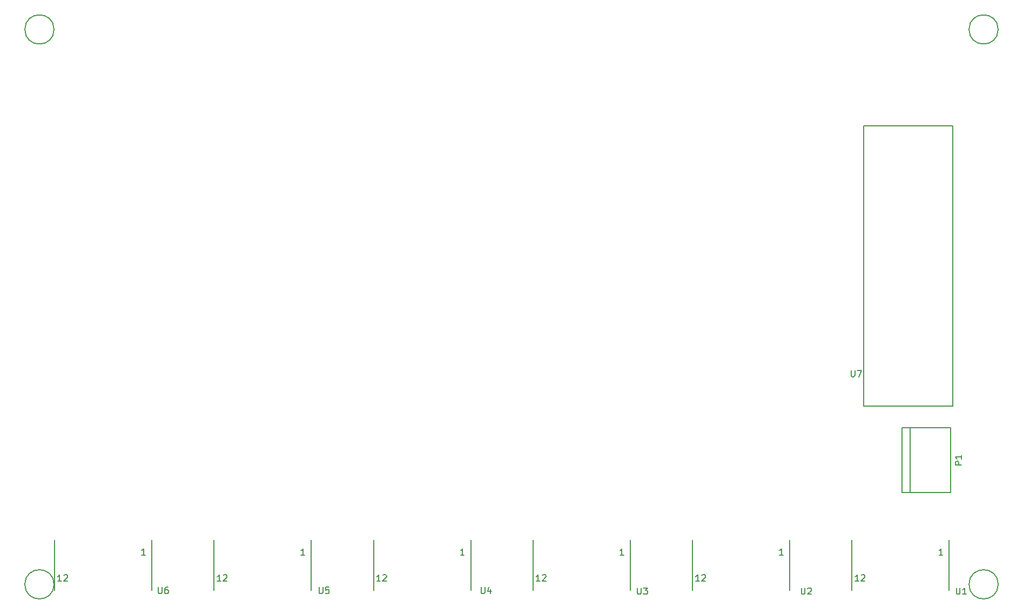
<source format=gbr>
G04 #@! TF.FileFunction,Legend,Top*
%FSLAX46Y46*%
G04 Gerber Fmt 4.6, Leading zero omitted, Abs format (unit mm)*
G04 Created by KiCad (PCBNEW 4.0.1-3.201512221402+6198~38~ubuntu14.04.1-stable) date mar 09 feb 2016 12:07:44 CST*
%MOMM*%
G01*
G04 APERTURE LIST*
%ADD10C,0.100000*%
%ADD11C,0.150000*%
G04 APERTURE END LIST*
D10*
D11*
X228686000Y-140800000D02*
G75*
G03X228686000Y-140800000I-2286000J0D01*
G01*
X228686000Y-53800000D02*
G75*
G03X228686000Y-53800000I-2286000J0D01*
G01*
X80686000Y-53800000D02*
G75*
G03X80686000Y-53800000I-2286000J0D01*
G01*
X207600000Y-68900000D02*
X221600000Y-68900000D01*
X221600000Y-112900000D02*
X221600000Y-68900000D01*
X207600000Y-112900000D02*
X207600000Y-68900000D01*
X207600000Y-112900000D02*
X221600000Y-112900000D01*
X205780000Y-133850000D02*
X205780000Y-141750000D01*
X221020000Y-141750000D02*
X221020000Y-133850000D01*
X180780000Y-133850000D02*
X180780000Y-141750000D01*
X196020000Y-141750000D02*
X196020000Y-133850000D01*
X155780000Y-133850000D02*
X155780000Y-141750000D01*
X171020000Y-141750000D02*
X171020000Y-133850000D01*
X130780000Y-133850000D02*
X130780000Y-141750000D01*
X146020000Y-141750000D02*
X146020000Y-133850000D01*
X105780000Y-133850000D02*
X105780000Y-141750000D01*
X121020000Y-141750000D02*
X121020000Y-133850000D01*
X80780000Y-133850000D02*
X80780000Y-141750000D01*
X96020000Y-141750000D02*
X96020000Y-133850000D01*
X214890000Y-126430000D02*
X214890000Y-116270000D01*
X213620000Y-126430000D02*
X221240000Y-126430000D01*
X221240000Y-126430000D02*
X221240000Y-116270000D01*
X221240000Y-116270000D02*
X213620000Y-116270000D01*
X213620000Y-116270000D02*
X213620000Y-126430000D01*
X80686000Y-140800000D02*
G75*
G03X80686000Y-140800000I-2286000J0D01*
G01*
X205638095Y-107252381D02*
X205638095Y-108061905D01*
X205685714Y-108157143D01*
X205733333Y-108204762D01*
X205828571Y-108252381D01*
X206019048Y-108252381D01*
X206114286Y-108204762D01*
X206161905Y-108157143D01*
X206209524Y-108061905D01*
X206209524Y-107252381D01*
X206590476Y-107252381D02*
X207257143Y-107252381D01*
X206828571Y-108252381D01*
X222138095Y-141352381D02*
X222138095Y-142161905D01*
X222185714Y-142257143D01*
X222233333Y-142304762D01*
X222328571Y-142352381D01*
X222519048Y-142352381D01*
X222614286Y-142304762D01*
X222661905Y-142257143D01*
X222709524Y-142161905D01*
X222709524Y-141352381D01*
X223709524Y-142352381D02*
X223138095Y-142352381D01*
X223423809Y-142352381D02*
X223423809Y-141352381D01*
X223328571Y-141495238D01*
X223233333Y-141590476D01*
X223138095Y-141638095D01*
X206859524Y-140302381D02*
X206288095Y-140302381D01*
X206573809Y-140302381D02*
X206573809Y-139302381D01*
X206478571Y-139445238D01*
X206383333Y-139540476D01*
X206288095Y-139588095D01*
X207240476Y-139397619D02*
X207288095Y-139350000D01*
X207383333Y-139302381D01*
X207621429Y-139302381D01*
X207716667Y-139350000D01*
X207764286Y-139397619D01*
X207811905Y-139492857D01*
X207811905Y-139588095D01*
X207764286Y-139730952D01*
X207192857Y-140302381D01*
X207811905Y-140302381D01*
X219985715Y-136202381D02*
X219414286Y-136202381D01*
X219700000Y-136202381D02*
X219700000Y-135202381D01*
X219604762Y-135345238D01*
X219509524Y-135440476D01*
X219414286Y-135488095D01*
X197838095Y-141352381D02*
X197838095Y-142161905D01*
X197885714Y-142257143D01*
X197933333Y-142304762D01*
X198028571Y-142352381D01*
X198219048Y-142352381D01*
X198314286Y-142304762D01*
X198361905Y-142257143D01*
X198409524Y-142161905D01*
X198409524Y-141352381D01*
X198838095Y-141447619D02*
X198885714Y-141400000D01*
X198980952Y-141352381D01*
X199219048Y-141352381D01*
X199314286Y-141400000D01*
X199361905Y-141447619D01*
X199409524Y-141542857D01*
X199409524Y-141638095D01*
X199361905Y-141780952D01*
X198790476Y-142352381D01*
X199409524Y-142352381D01*
X181859524Y-140302381D02*
X181288095Y-140302381D01*
X181573809Y-140302381D02*
X181573809Y-139302381D01*
X181478571Y-139445238D01*
X181383333Y-139540476D01*
X181288095Y-139588095D01*
X182240476Y-139397619D02*
X182288095Y-139350000D01*
X182383333Y-139302381D01*
X182621429Y-139302381D01*
X182716667Y-139350000D01*
X182764286Y-139397619D01*
X182811905Y-139492857D01*
X182811905Y-139588095D01*
X182764286Y-139730952D01*
X182192857Y-140302381D01*
X182811905Y-140302381D01*
X194985715Y-136202381D02*
X194414286Y-136202381D01*
X194700000Y-136202381D02*
X194700000Y-135202381D01*
X194604762Y-135345238D01*
X194509524Y-135440476D01*
X194414286Y-135488095D01*
X172138095Y-141352381D02*
X172138095Y-142161905D01*
X172185714Y-142257143D01*
X172233333Y-142304762D01*
X172328571Y-142352381D01*
X172519048Y-142352381D01*
X172614286Y-142304762D01*
X172661905Y-142257143D01*
X172709524Y-142161905D01*
X172709524Y-141352381D01*
X173090476Y-141352381D02*
X173709524Y-141352381D01*
X173376190Y-141733333D01*
X173519048Y-141733333D01*
X173614286Y-141780952D01*
X173661905Y-141828571D01*
X173709524Y-141923810D01*
X173709524Y-142161905D01*
X173661905Y-142257143D01*
X173614286Y-142304762D01*
X173519048Y-142352381D01*
X173233333Y-142352381D01*
X173138095Y-142304762D01*
X173090476Y-142257143D01*
X156859524Y-140302381D02*
X156288095Y-140302381D01*
X156573809Y-140302381D02*
X156573809Y-139302381D01*
X156478571Y-139445238D01*
X156383333Y-139540476D01*
X156288095Y-139588095D01*
X157240476Y-139397619D02*
X157288095Y-139350000D01*
X157383333Y-139302381D01*
X157621429Y-139302381D01*
X157716667Y-139350000D01*
X157764286Y-139397619D01*
X157811905Y-139492857D01*
X157811905Y-139588095D01*
X157764286Y-139730952D01*
X157192857Y-140302381D01*
X157811905Y-140302381D01*
X169985715Y-136202381D02*
X169414286Y-136202381D01*
X169700000Y-136202381D02*
X169700000Y-135202381D01*
X169604762Y-135345238D01*
X169509524Y-135440476D01*
X169414286Y-135488095D01*
X147638095Y-141252381D02*
X147638095Y-142061905D01*
X147685714Y-142157143D01*
X147733333Y-142204762D01*
X147828571Y-142252381D01*
X148019048Y-142252381D01*
X148114286Y-142204762D01*
X148161905Y-142157143D01*
X148209524Y-142061905D01*
X148209524Y-141252381D01*
X149114286Y-141585714D02*
X149114286Y-142252381D01*
X148876190Y-141204762D02*
X148638095Y-141919048D01*
X149257143Y-141919048D01*
X131859524Y-140302381D02*
X131288095Y-140302381D01*
X131573809Y-140302381D02*
X131573809Y-139302381D01*
X131478571Y-139445238D01*
X131383333Y-139540476D01*
X131288095Y-139588095D01*
X132240476Y-139397619D02*
X132288095Y-139350000D01*
X132383333Y-139302381D01*
X132621429Y-139302381D01*
X132716667Y-139350000D01*
X132764286Y-139397619D01*
X132811905Y-139492857D01*
X132811905Y-139588095D01*
X132764286Y-139730952D01*
X132192857Y-140302381D01*
X132811905Y-140302381D01*
X144985715Y-136202381D02*
X144414286Y-136202381D01*
X144700000Y-136202381D02*
X144700000Y-135202381D01*
X144604762Y-135345238D01*
X144509524Y-135440476D01*
X144414286Y-135488095D01*
X122238095Y-141252381D02*
X122238095Y-142061905D01*
X122285714Y-142157143D01*
X122333333Y-142204762D01*
X122428571Y-142252381D01*
X122619048Y-142252381D01*
X122714286Y-142204762D01*
X122761905Y-142157143D01*
X122809524Y-142061905D01*
X122809524Y-141252381D01*
X123761905Y-141252381D02*
X123285714Y-141252381D01*
X123238095Y-141728571D01*
X123285714Y-141680952D01*
X123380952Y-141633333D01*
X123619048Y-141633333D01*
X123714286Y-141680952D01*
X123761905Y-141728571D01*
X123809524Y-141823810D01*
X123809524Y-142061905D01*
X123761905Y-142157143D01*
X123714286Y-142204762D01*
X123619048Y-142252381D01*
X123380952Y-142252381D01*
X123285714Y-142204762D01*
X123238095Y-142157143D01*
X106859524Y-140302381D02*
X106288095Y-140302381D01*
X106573809Y-140302381D02*
X106573809Y-139302381D01*
X106478571Y-139445238D01*
X106383333Y-139540476D01*
X106288095Y-139588095D01*
X107240476Y-139397619D02*
X107288095Y-139350000D01*
X107383333Y-139302381D01*
X107621429Y-139302381D01*
X107716667Y-139350000D01*
X107764286Y-139397619D01*
X107811905Y-139492857D01*
X107811905Y-139588095D01*
X107764286Y-139730952D01*
X107192857Y-140302381D01*
X107811905Y-140302381D01*
X119985715Y-136202381D02*
X119414286Y-136202381D01*
X119700000Y-136202381D02*
X119700000Y-135202381D01*
X119604762Y-135345238D01*
X119509524Y-135440476D01*
X119414286Y-135488095D01*
X97038095Y-141252381D02*
X97038095Y-142061905D01*
X97085714Y-142157143D01*
X97133333Y-142204762D01*
X97228571Y-142252381D01*
X97419048Y-142252381D01*
X97514286Y-142204762D01*
X97561905Y-142157143D01*
X97609524Y-142061905D01*
X97609524Y-141252381D01*
X98514286Y-141252381D02*
X98323809Y-141252381D01*
X98228571Y-141300000D01*
X98180952Y-141347619D01*
X98085714Y-141490476D01*
X98038095Y-141680952D01*
X98038095Y-142061905D01*
X98085714Y-142157143D01*
X98133333Y-142204762D01*
X98228571Y-142252381D01*
X98419048Y-142252381D01*
X98514286Y-142204762D01*
X98561905Y-142157143D01*
X98609524Y-142061905D01*
X98609524Y-141823810D01*
X98561905Y-141728571D01*
X98514286Y-141680952D01*
X98419048Y-141633333D01*
X98228571Y-141633333D01*
X98133333Y-141680952D01*
X98085714Y-141728571D01*
X98038095Y-141823810D01*
X81859524Y-140302381D02*
X81288095Y-140302381D01*
X81573809Y-140302381D02*
X81573809Y-139302381D01*
X81478571Y-139445238D01*
X81383333Y-139540476D01*
X81288095Y-139588095D01*
X82240476Y-139397619D02*
X82288095Y-139350000D01*
X82383333Y-139302381D01*
X82621429Y-139302381D01*
X82716667Y-139350000D01*
X82764286Y-139397619D01*
X82811905Y-139492857D01*
X82811905Y-139588095D01*
X82764286Y-139730952D01*
X82192857Y-140302381D01*
X82811905Y-140302381D01*
X94985715Y-136202381D02*
X94414286Y-136202381D01*
X94700000Y-136202381D02*
X94700000Y-135202381D01*
X94604762Y-135345238D01*
X94509524Y-135440476D01*
X94414286Y-135488095D01*
X222962381Y-122088095D02*
X221962381Y-122088095D01*
X221962381Y-121707142D01*
X222010000Y-121611904D01*
X222057619Y-121564285D01*
X222152857Y-121516666D01*
X222295714Y-121516666D01*
X222390952Y-121564285D01*
X222438571Y-121611904D01*
X222486190Y-121707142D01*
X222486190Y-122088095D01*
X222962381Y-120564285D02*
X222962381Y-121135714D01*
X222962381Y-120850000D02*
X221962381Y-120850000D01*
X222105238Y-120945238D01*
X222200476Y-121040476D01*
X222248095Y-121135714D01*
M02*

</source>
